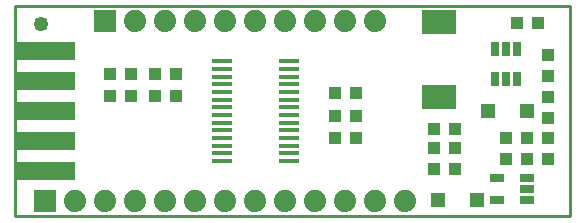
<source format=gbr>
G04 #@! TF.GenerationSoftware,KiCad,Pcbnew,(2017-11-22 revision 78366f8f0)-master*
G04 #@! TF.CreationDate,2018-01-05T15:25:17+02:00*
G04 #@! TF.ProjectId,BB-ADS1262-Rev.A,42422D414453313236322D5265762E41,rev?*
G04 #@! TF.SameCoordinates,Original*
G04 #@! TF.FileFunction,Soldermask,Top*
G04 #@! TF.FilePolarity,Negative*
%FSLAX46Y46*%
G04 Gerber Fmt 4.6, Leading zero omitted, Abs format (unit mm)*
G04 Created by KiCad (PCBNEW (2017-11-22 revision 78366f8f0)-master) date Fri Jan  5 15:25:17 2018*
%MOMM*%
%LPD*%
G01*
G04 APERTURE LIST*
%ADD10C,0.254000*%
%ADD11C,1.879600*%
%ADD12R,1.879600X1.879600*%
%ADD13R,5.181600X1.625600*%
%ADD14R,1.701600X0.426600*%
%ADD15C,1.254000*%
%ADD16R,1.117600X1.117600*%
%ADD17R,1.301600X1.301600*%
%ADD18R,3.000000X2.000000*%
%ADD19R,0.651600X1.301600*%
%ADD20R,1.301600X0.651600*%
G04 APERTURE END LIST*
D10*
X54610000Y-64770000D02*
X54610000Y-46990000D01*
X101600000Y-64770000D02*
X54610000Y-64770000D01*
X101600000Y-46990000D02*
X101600000Y-64770000D01*
X54610000Y-46990000D02*
X101600000Y-46990000D01*
D11*
X87630000Y-63500000D03*
X82550000Y-63500000D03*
X85090000Y-63500000D03*
X80010000Y-63500000D03*
X77470000Y-63500000D03*
X72390000Y-63500000D03*
X74930000Y-63500000D03*
X69850000Y-63500000D03*
X67310000Y-63500000D03*
D12*
X57150000Y-63500000D03*
D11*
X59690000Y-63500000D03*
X62230000Y-63500000D03*
X64770000Y-63500000D03*
D13*
X57150000Y-60960000D03*
X57150000Y-58420000D03*
X57150000Y-55880000D03*
X57150000Y-53340000D03*
X57150000Y-50800000D03*
D14*
X77730000Y-60105000D03*
X77730000Y-59455000D03*
X77730000Y-58805000D03*
X77730000Y-58155000D03*
X77730000Y-57505000D03*
X77730000Y-56855000D03*
X77730000Y-56205000D03*
X77730000Y-55555000D03*
X77730000Y-54905000D03*
X77730000Y-54255000D03*
X77730000Y-53605000D03*
X77730000Y-52955000D03*
X77730000Y-52305000D03*
X77730000Y-51655000D03*
X72130000Y-51655000D03*
X72130000Y-52305000D03*
X72130000Y-52955000D03*
X72130000Y-53605000D03*
X72130000Y-54255000D03*
X72130000Y-54905000D03*
X72130000Y-55555000D03*
X72130000Y-56205000D03*
X72130000Y-56855000D03*
X72130000Y-57505000D03*
X72130000Y-58155000D03*
X72130000Y-58805000D03*
X72130000Y-59455000D03*
X72130000Y-60105000D03*
D15*
X56769000Y-48514000D03*
D11*
X85090000Y-48260000D03*
X82550000Y-48260000D03*
X77470000Y-48260000D03*
X80010000Y-48260000D03*
X74930000Y-48260000D03*
X72390000Y-48260000D03*
D12*
X62230000Y-48260000D03*
D11*
X64770000Y-48260000D03*
X67310000Y-48260000D03*
X69850000Y-48260000D03*
D16*
X83439000Y-56261000D03*
X81661000Y-56261000D03*
X81661000Y-54356000D03*
X83439000Y-54356000D03*
X81661000Y-58166000D03*
X83439000Y-58166000D03*
X66421000Y-52705000D03*
X68199000Y-52705000D03*
X64389000Y-54610000D03*
X62611000Y-54610000D03*
X68199000Y-54610000D03*
X66421000Y-54610000D03*
X62611000Y-52705000D03*
X64389000Y-52705000D03*
X98869500Y-48450500D03*
X97091500Y-48450500D03*
X97917000Y-58166000D03*
X96139000Y-58166000D03*
X96139000Y-59944000D03*
X97917000Y-59944000D03*
X90017600Y-60782200D03*
X90017600Y-59004200D03*
D17*
X93646500Y-63436500D03*
X90376500Y-63436500D03*
X97901000Y-55880000D03*
X94631000Y-55880000D03*
D16*
X99695000Y-58166000D03*
X99695000Y-59944000D03*
D18*
X90487500Y-48298500D03*
X90487500Y-54698500D03*
D16*
X99695000Y-56451500D03*
X99695000Y-54673500D03*
X99695000Y-51117500D03*
X99695000Y-52895500D03*
X91795600Y-60782200D03*
X91795600Y-59004200D03*
X90017600Y-57353200D03*
X91795600Y-57353200D03*
D19*
X95189000Y-53179600D03*
X96139000Y-53179600D03*
X97089000Y-53179600D03*
X97089000Y-50579400D03*
X96139000Y-50579400D03*
X95189000Y-50579400D03*
D20*
X95347000Y-61534000D03*
X95347000Y-63434000D03*
X97947000Y-61534000D03*
X97947000Y-62484000D03*
X97947000Y-63434000D03*
M02*

</source>
